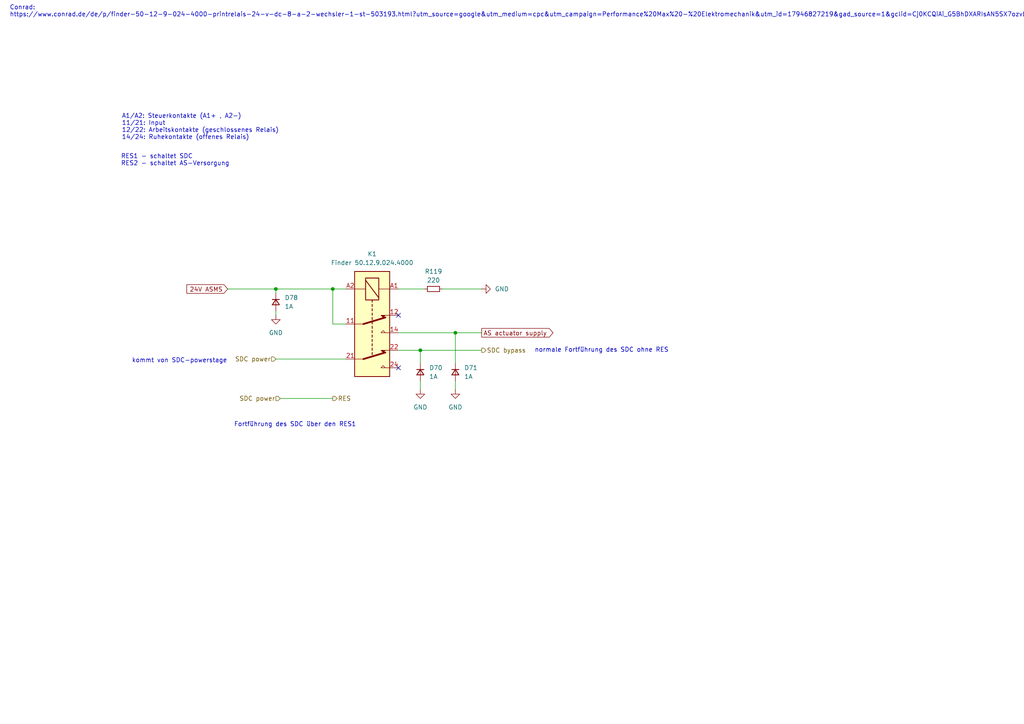
<source format=kicad_sch>
(kicad_sch (version 20231120) (generator "eeschema") (generator_version "8.0")
  (paper "A4")
  (title_block (title "PDU FT25") (date "2025-01-15") (rev "V1.2") (company "Janek Herm") (comment 1 "FaSTTUBe Electronics"))
  (lib_symbols
    (symbol "Device:D_Small" (pin_numbers hide) (pin_names (offset 0.254) hide)
      (property "Reference" "D" (at -1.27 2.032 0))
      (property "Value" "D_Small" (at -3.81 -2.032 0))
      (symbol "D_Small_0_1"
        (polyline (pts (xy -0.762 -1.016) (xy -0.762 1.016)) (stroke (width 0.254)))
        (polyline (pts (xy -0.762 0) (xy 0.762 0)))
        (polyline (pts (xy 0.762 -1.016) (xy -0.762 0) (xy 0.762 1.016) (xy 0.762 -1.016)) (stroke (width 0.254)))
      )
      (symbol "D_Small_1_1"
        (pin passive line (at -2.54 0 0) (length 1.778) (name "K") (number "1"))
        (pin passive line (at 2.54 0 180) (length 1.778) (name "A") (number "2"))
      )
    )
    (symbol "Device:R_Small" (pin_numbers hide) (pin_names (offset 0.254) hide)
      (property "Reference" "R" (at 0.762 0.508 0))
      (property "Value" "R_Small" (at 0.762 -1.016 0))
      (symbol "R_Small_0_1"
        (rectangle (start -0.762 1.778) (end 0.762 -1.778) (stroke (width 0.2032)))
      )
      (symbol "R_Small_1_1"
        (pin passive line (at 0 2.54 270) (length 0.762) (name "~") (number "1"))
        (pin passive line (at 0 -2.54 90) (length 0.762) (name "~") (number "2"))
      )
    )
    (symbol "Relay:Relay_DPDT"
      (property "Reference" "K" (at 16.51 3.81 0))
      (property "Value" "Relay_DPDT" (at 16.51 1.27 0))
      (symbol "Relay_DPDT_0_1"
        (rectangle (start -15.24 5.08) (end 15.24 -5.08) (stroke (width 0.254)) (fill (type background)))
        (rectangle (start -13.335 1.905) (end -6.985 -1.905) (stroke (width 0.254)))
        (polyline (pts (xy -12.7 -1.905) (xy -7.62 1.905)) (stroke (width 0.254)))
        (polyline (pts (xy -10.16 -5.08) (xy -10.16 -1.905)))
        (polyline (pts (xy -10.16 5.08) (xy -10.16 1.905)))
        (polyline (pts (xy -6.985 0) (xy -6.35 0)) (stroke (width 0.254)))
        (polyline (pts (xy -5.715 0) (xy -5.08 0)) (stroke (width 0.254)))
        (polyline (pts (xy -4.445 0) (xy -3.81 0)) (stroke (width 0.254)))
        (polyline (pts (xy -3.175 0) (xy -2.54 0)) (stroke (width 0.254)))
        (polyline (pts (xy -1.905 0) (xy -1.27 0)) (stroke (width 0.254)))
        (polyline (pts (xy -0.635 0) (xy 0 0)) (stroke (width 0.254)))
        (polyline (pts (xy 0 -2.54) (xy -1.905 3.81)) (stroke (width 0.508)))
        (polyline (pts (xy 0 -2.54) (xy 0 -5.08)))
        (polyline (pts (xy 0.635 0) (xy 1.27 0)) (stroke (width 0.254)))
        (polyline (pts (xy 1.905 0) (xy 2.54 0)) (stroke (width 0.254)))
        (polyline (pts (xy 3.175 0) (xy 3.81 0)) (stroke (width 0.254)))
        (polyline (pts (xy 4.445 0) (xy 5.08 0)) (stroke (width 0.254)))
        (polyline (pts (xy 5.715 0) (xy 6.35 0)) (stroke (width 0.254)))
        (polyline (pts (xy 6.985 0) (xy 7.62 0)) (stroke (width 0.254)))
        (polyline (pts (xy 8.255 0) (xy 8.89 0)) (stroke (width 0.254)))
        (polyline (pts (xy 10.16 -2.54) (xy 8.255 3.81)) (stroke (width 0.508)))
        (polyline (pts (xy 10.16 -2.54) (xy 10.16 -5.08)))
        (polyline (pts (xy -2.54 5.08) (xy -2.54 2.54) (xy -1.905 3.175) (xy -2.54 3.81)) (fill (type outline)))
        (polyline (pts (xy 2.54 5.08) (xy 2.54 2.54) (xy 1.905 3.175) (xy 2.54 3.81)))
        (polyline (pts (xy 7.62 5.08) (xy 7.62 2.54) (xy 8.255 3.175) (xy 7.62 3.81)) (fill (type outline)))
        (polyline (pts (xy 12.7 5.08) (xy 12.7 2.54) (xy 12.065 3.175) (xy 12.7 3.81)))
      )
      (symbol "Relay_DPDT_1_1"
        (pin passive line (at 0 -7.62 90) (length 2.54) (name "~") (number "11"))
        (pin passive line (at -2.54 7.62 270) (length 2.54) (name "~") (number "12"))
        (pin passive line (at 2.54 7.62 270) (length 2.54) (name "~") (number "14"))
        (pin passive line (at 10.16 -7.62 90) (length 2.54) (name "~") (number "21"))
        (pin passive line (at 7.62 7.62 270) (length 2.54) (name "~") (number "22"))
        (pin passive line (at 12.7 7.62 270) (length 2.54) (name "~") (number "24"))
        (pin passive line (at -10.16 7.62 270) (length 2.54) (name "~") (number "A1"))
        (pin passive line (at -10.16 -7.62 90) (length 2.54) (name "~") (number "A2"))
      )
    )
    (symbol "power:GND" (power) (pin_numbers hide) (pin_names (offset 0) hide)
      (property "Value" "GND" (at 0 -3.81 0))
      (symbol "GND_0_1"
        (polyline (pts (xy 0 0) (xy 0 -1.27) (xy 1.27 -1.27) (xy 0 -2.54) (xy -1.27 -1.27) (xy 0 -1.27)))
      )
      (symbol "GND_1_1"
        (pin power_in line (at 0 0 270) (length 0) (name "~") (number "1"))
      )
    )
  )
  (junction (at 121.92 101.6))
  (junction (at 80.01 83.82))
  (junction (at 96.52 83.82))
  (junction (at 132.08 96.52))
  (no_connect (at 115.57 91.44))
  (no_connect (at 115.57 106.68))
  (wire (pts (xy 132.08 96.52) (xy 139.7 96.52)))
  (wire (pts (xy 80.01 90.17) (xy 80.01 91.44)))
  (wire (pts (xy 80.01 83.82) (xy 80.01 85.09)))
  (wire (pts (xy 128.27 83.82) (xy 139.7 83.82)))
  (wire (pts (xy 132.08 96.52) (xy 132.08 105.41)))
  (wire (pts (xy 80.01 83.82) (xy 66.04 83.82)))
  (wire (pts (xy 132.08 110.49) (xy 132.08 113.03)))
  (wire (pts (xy 80.01 104.14) (xy 100.33 104.14)))
  (wire (pts (xy 115.57 101.6) (xy 121.92 101.6)))
  (wire (pts (xy 115.57 83.82) (xy 123.19 83.82)))
  (wire (pts (xy 115.57 96.52) (xy 132.08 96.52)))
  (wire (pts (xy 121.92 101.6) (xy 139.7 101.6)))
  (wire (pts (xy 96.52 83.82) (xy 96.52 93.98)))
  (wire (pts (xy 121.92 101.6) (xy 121.92 105.41)))
  (wire (pts (xy 96.52 83.82) (xy 80.01 83.82)))
  (wire (pts (xy 96.52 93.98) (xy 100.33 93.98)))
  (wire (pts (xy 121.92 110.49) (xy 121.92 113.03)))
  (wire (pts (xy 100.33 83.82) (xy 96.52 83.82)))
  (wire (pts (xy 81.28 115.57) (xy 96.52 115.57)))
  (text "normale Fortführung des SDC ohne RES" (at 174.498 101.6 0) (effects (font (size 1.27 1.27) (thickness 0.1588))))
  (text "Fortführung des SDC über den RES1" (at 85.598 123.19 0) (effects (font (size 1.27 1.27) (thickness 0.1588))))
  (text "RES1 - schaltet SDC\nRES2 - schaltet AS-Versorgung" (at 35.052 46.482 0) (effects (font (size 1.27 1.27)) (justify left)))
  (text "kommt von SDC-powerstage" (at 52.07 104.648 0) (effects (font (size 1.27 1.27))))
  (text "A1/A2: Steuerkontakte (A1+ , A2-)\n11/21: Input\n12/22: Arbeitskontakte (geschlossenes Relais)\n14/24: Ruhekontakte (offenes Relais)" (at 35.306 36.83 0) (effects (font (size 1.27 1.27)) (justify left)))
  (text "Conrad:\nhttps://www.conrad.de/de/p/finder-50-12-9-024-4000-printrelais-24-v-dc-8-a-2-wechsler-1-st-503193.html?utm_source=google&utm_medium=cpc&utm_campaign=Performance%20Max%20-%20Elektromechanik&utm_id=17946827219&gad_source=1&gclid=Cj0KCQiAi_G5BhDXARIsAN5SX7ozvbyzbNAUnu7ULPQTyRg7aDxVNaZ2DbTGICJ_7DeLlrEXfXyp2XEaApkXEALw_wcB" (at 2.794 3.302 0) (effects (font (size 1.27 1.27)) (justify left)))
  (global_label "AS actuator supply" (shape output) (at 139.7 96.52 0) (property "Intersheetrefs" "${INTERSHEET_REFS}" (effects (hide yes))))
  (global_label "24V ASMS" (shape input) (at 66.04 83.82 180) (property "Intersheetrefs" "${INTERSHEET_REFS}" (effects (hide yes))))
  (hierarchical_label "SDC power" (shape input) (at 81.28 115.57 180))
  (hierarchical_label "SDC bypass" (shape output) (at 139.7 101.6 0))
  (hierarchical_label "RES" (shape output) (at 96.52 115.57 0))
  (hierarchical_label "SDC power" (shape input) (at 80.01 104.14 180))
  (symbol (lib_id "power:GND") (at 80.01 91.44 0) (unit 1)
    (property "Reference" "#PWR0228" (effects (hide yes)))
    (property "Value" "GND" (at 80.01 96.52 0))
    (property "Description" "Power symbol creates a global label with name \"GND\" , ground" (effects (hide yes)))
  )
  (symbol (lib_id "Device:R_Small") (at 125.73 83.82 90) (unit 1)
    (property "Reference" "R119" (at 125.73 78.74 90))
    (property "Value" "220" (at 125.73 81.28 90))
    (property "Footprint" "Resistor_SMD:R_0603_1608Metric" (effects (hide yes)))
    (property "Description" "Resistor, small symbol" (effects (hide yes)))
  )
  (symbol (lib_id "Device:D_Small") (at 132.08 107.95 270) (unit 1)
    (property "Reference" "D71" (at 134.62 106.6799 90) (effects (justify left)))
    (property "Value" "1A" (at 134.62 109.2199 90) (effects (justify left)))
    (property "Footprint" "Diode_SMD:D_SOD-123F" (effects (hide yes)))
    (property "Datasheet" "https://www.mouser.de/datasheet/2/389/stpst1h100-3107187.pdf" (effects (hide yes)))
    (property "Description" "Diode, small symbol" (effects (hide yes)))
    (property "Sim.Device" "D" (effects (hide yes)))
    (property "Sim.Pins" "1=K 2=A" (effects (hide yes)))
  )
  (symbol (lib_id "Relay:Relay_DPDT") (at 107.95 93.98 270) (unit 1)
    (property "Reference" "K1" (at 107.95 73.66 90))
    (property "Value" "Finder 50.12.9.024.4000" (at 107.95 76.2 90))
    (property "Footprint" "Relay_THT:Relay_DPDT_Finder_40.52" (effects (hide yes)))
    (property "Datasheet" "https://asset.conrad.com/media10/add/160267/c1/-/de/000503193DS01/datenblatt-503193-finder-501290244000-printrelais-24-vdc-8-a-2-wechsler-1-st.pdf" (effects (hide yes)))
    (property "Description" "24 V/DC 8 A 2 Wechsler" (effects (hide yes)))
  )
  (symbol (lib_id "Device:D_Small") (at 80.01 87.63 270) (unit 1)
    (property "Reference" "D78" (at 82.55 86.3599 90) (effects (justify left)))
    (property "Value" "1A" (at 82.55 88.8999 90) (effects (justify left)))
    (property "Footprint" "Diode_SMD:D_SOD-123F" (effects (hide yes)))
    (property "Datasheet" "https://www.mouser.de/datasheet/2/389/stpst1h100-3107187.pdf" (effects (hide yes)))
    (property "Description" "Diode, small symbol" (effects (hide yes)))
    (property "Sim.Device" "D" (effects (hide yes)))
    (property "Sim.Pins" "1=K 2=A" (effects (hide yes)))
  )
  (symbol (lib_id "power:GND") (at 139.7 83.82 90) (unit 1)
    (property "Reference" "#PWR0178" (effects (hide yes)))
    (property "Value" "GND" (at 143.51 83.8199 90) (effects (justify right)))
    (property "Description" "Power symbol creates a global label with name \"GND\" , ground" (effects (hide yes)))
  )
  (symbol (lib_id "Device:D_Small") (at 121.92 107.95 270) (unit 1)
    (property "Reference" "D70" (at 124.46 106.6799 90) (effects (justify left)))
    (property "Value" "1A" (at 124.46 109.2199 90) (effects (justify left)))
    (property "Footprint" "Diode_SMD:D_SOD-123F" (effects (hide yes)))
    (property "Datasheet" "https://www.mouser.de/datasheet/2/389/stpst1h100-3107187.pdf" (effects (hide yes)))
    (property "Description" "Diode, small symbol" (effects (hide yes)))
    (property "Sim.Device" "D" (effects (hide yes)))
    (property "Sim.Pins" "1=K 2=A" (effects (hide yes)))
  )
  (symbol (lib_id "power:GND") (at 132.08 113.03 0) (unit 1)
    (property "Reference" "#PWR0202" (effects (hide yes)))
    (property "Value" "GND" (at 132.08 118.11 0))
    (property "Description" "Power symbol creates a global label with name \"GND\" , ground" (effects (hide yes)))
  )
  (symbol (lib_id "power:GND") (at 121.92 113.03 0) (unit 1)
    (property "Reference" "#PWR0201" (effects (hide yes)))
    (property "Value" "GND" (at 121.92 118.11 0))
    (property "Description" "Power symbol creates a global label with name \"GND\" , ground" (effects (hide yes)))
  )
)
</source>
